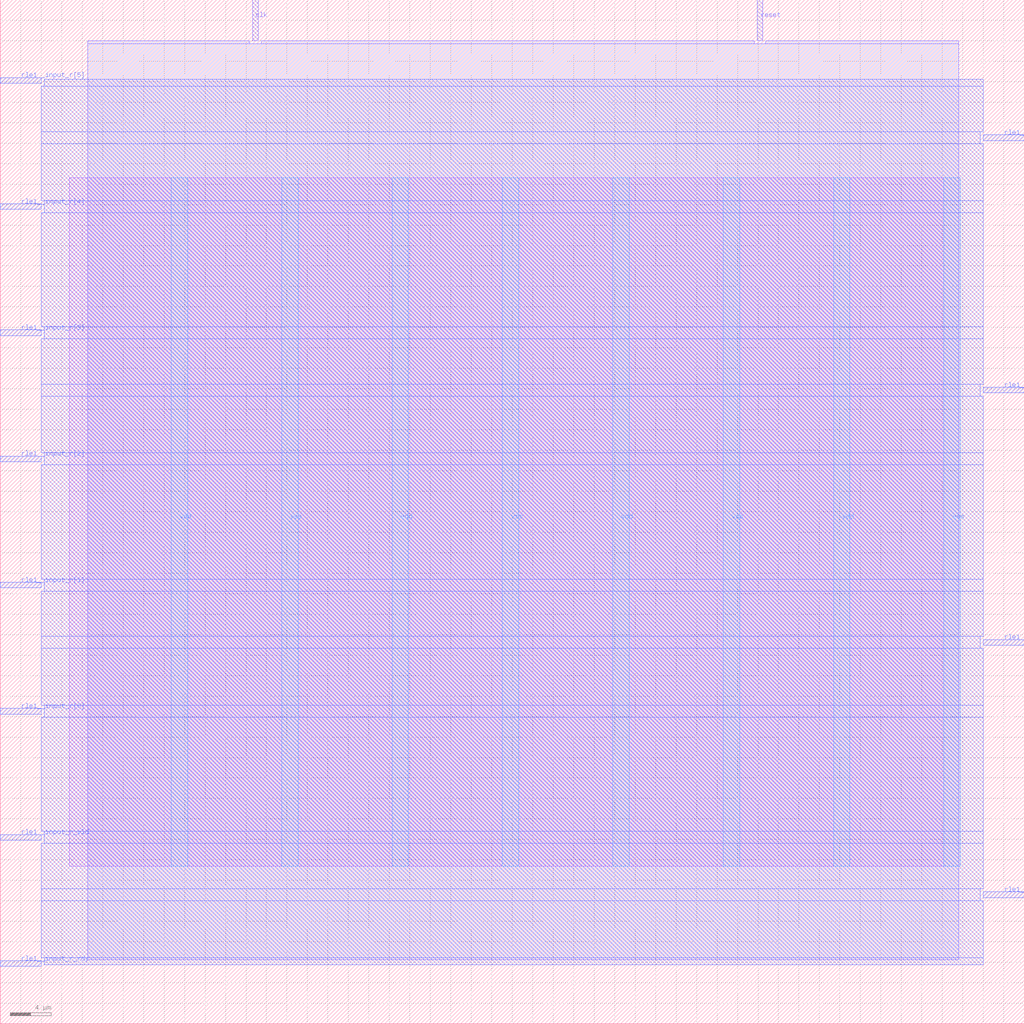
<source format=lef>
VERSION 5.7 ;
  NOWIREEXTENSIONATPIN ON ;
  DIVIDERCHAR "/" ;
  BUSBITCHARS "[]" ;
MACRO rle1_dec_wrap
  CLASS BLOCK ;
  FOREIGN rle1_dec_wrap ;
  ORIGIN 0.000 0.000 ;
  SIZE 100.000 BY 100.000 ;
  PIN clk
    DIRECTION INPUT ;
    USE SIGNAL ;
    ANTENNAGATEAREA 4.738000 ;
    ANTENNADIFFAREA 0.410400 ;
    PORT
      LAYER Metal2 ;
        RECT 24.640 96.000 25.200 100.000 ;
    END
  END clk
  PIN reset
    DIRECTION INPUT ;
    USE SIGNAL ;
    ANTENNAGATEAREA 0.741000 ;
    ANTENNADIFFAREA 0.410400 ;
    PORT
      LAYER Metal2 ;
        RECT 73.920 96.000 74.480 100.000 ;
    END
  END reset
  PIN rle1__input_r[0]
    DIRECTION INPUT ;
    USE SIGNAL ;
    ANTENNAGATEAREA 0.741000 ;
    ANTENNADIFFAREA 0.410400 ;
    PORT
      LAYER Metal3 ;
        RECT 0.000 30.240 4.000 30.800 ;
    END
  END rle1__input_r[0]
  PIN rle1__input_r[1]
    DIRECTION INPUT ;
    USE SIGNAL ;
    ANTENNAGATEAREA 0.741000 ;
    ANTENNADIFFAREA 0.410400 ;
    PORT
      LAYER Metal3 ;
        RECT 0.000 42.560 4.000 43.120 ;
    END
  END rle1__input_r[1]
  PIN rle1__input_r[2]
    DIRECTION INPUT ;
    USE SIGNAL ;
    ANTENNAGATEAREA 0.741000 ;
    ANTENNADIFFAREA 0.410400 ;
    PORT
      LAYER Metal3 ;
        RECT 0.000 54.880 4.000 55.440 ;
    END
  END rle1__input_r[2]
  PIN rle1__input_r[3]
    DIRECTION INPUT ;
    USE SIGNAL ;
    ANTENNAGATEAREA 0.741000 ;
    ANTENNADIFFAREA 0.410400 ;
    PORT
      LAYER Metal3 ;
        RECT 0.000 67.200 4.000 67.760 ;
    END
  END rle1__input_r[3]
  PIN rle1__input_r[4]
    DIRECTION INPUT ;
    USE SIGNAL ;
    ANTENNAGATEAREA 0.741000 ;
    ANTENNADIFFAREA 0.410400 ;
    PORT
      LAYER Metal3 ;
        RECT 0.000 79.520 4.000 80.080 ;
    END
  END rle1__input_r[4]
  PIN rle1__input_r[5]
    DIRECTION INPUT ;
    USE SIGNAL ;
    ANTENNAGATEAREA 0.741000 ;
    ANTENNADIFFAREA 0.410400 ;
    PORT
      LAYER Metal3 ;
        RECT 0.000 91.840 4.000 92.400 ;
    END
  END rle1__input_r[5]
  PIN rle1__input_r_rdy
    DIRECTION OUTPUT TRISTATE ;
    USE SIGNAL ;
    ANTENNADIFFAREA 4.731200 ;
    PORT
      LAYER Metal3 ;
        RECT 0.000 5.600 4.000 6.160 ;
    END
  END rle1__input_r_rdy
  PIN rle1__input_r_vld
    DIRECTION INPUT ;
    USE SIGNAL ;
    ANTENNAGATEAREA 0.741000 ;
    ANTENNADIFFAREA 0.410400 ;
    PORT
      LAYER Metal3 ;
        RECT 0.000 17.920 4.000 18.480 ;
    END
  END rle1__input_r_vld
  PIN rle1__output_s[0]
    DIRECTION OUTPUT TRISTATE ;
    USE SIGNAL ;
    ANTENNADIFFAREA 4.731200 ;
    PORT
      LAYER Metal3 ;
        RECT 96.000 61.600 100.000 62.160 ;
    END
  END rle1__output_s[0]
  PIN rle1__output_s[1]
    DIRECTION OUTPUT TRISTATE ;
    USE SIGNAL ;
    ANTENNADIFFAREA 4.731200 ;
    PORT
      LAYER Metal3 ;
        RECT 96.000 86.240 100.000 86.800 ;
    END
  END rle1__output_s[1]
  PIN rle1__output_s_rdy
    DIRECTION INPUT ;
    USE SIGNAL ;
    ANTENNAGATEAREA 0.498500 ;
    ANTENNADIFFAREA 0.410400 ;
    PORT
      LAYER Metal3 ;
        RECT 96.000 12.320 100.000 12.880 ;
    END
  END rle1__output_s_rdy
  PIN rle1__output_s_vld
    DIRECTION OUTPUT TRISTATE ;
    USE SIGNAL ;
    ANTENNADIFFAREA 4.731200 ;
    PORT
      LAYER Metal3 ;
        RECT 96.000 36.960 100.000 37.520 ;
    END
  END rle1__output_s_vld
  PIN vdd
    DIRECTION INOUT ;
    USE POWER ;
    PORT
      LAYER Metal4 ;
        RECT 16.700 15.380 18.300 82.620 ;
    END
    PORT
      LAYER Metal4 ;
        RECT 38.260 15.380 39.860 82.620 ;
    END
    PORT
      LAYER Metal4 ;
        RECT 59.820 15.380 61.420 82.620 ;
    END
    PORT
      LAYER Metal4 ;
        RECT 81.380 15.380 82.980 82.620 ;
    END
  END vdd
  PIN vss
    DIRECTION INOUT ;
    USE GROUND ;
    PORT
      LAYER Metal4 ;
        RECT 27.480 15.380 29.080 82.620 ;
    END
    PORT
      LAYER Metal4 ;
        RECT 49.040 15.380 50.640 82.620 ;
    END
    PORT
      LAYER Metal4 ;
        RECT 70.600 15.380 72.200 82.620 ;
    END
    PORT
      LAYER Metal4 ;
        RECT 92.160 15.380 93.760 82.620 ;
    END
  END vss
  OBS
      LAYER Metal1 ;
        RECT 6.720 15.380 93.760 82.620 ;
      LAYER Metal2 ;
        RECT 8.540 95.700 24.340 96.000 ;
        RECT 25.500 95.700 73.620 96.000 ;
        RECT 74.780 95.700 93.620 96.000 ;
        RECT 8.540 6.250 93.620 95.700 ;
      LAYER Metal3 ;
        RECT 4.300 91.540 96.000 92.260 ;
        RECT 4.000 87.100 96.000 91.540 ;
        RECT 4.000 85.940 95.700 87.100 ;
        RECT 4.000 80.380 96.000 85.940 ;
        RECT 4.300 79.220 96.000 80.380 ;
        RECT 4.000 68.060 96.000 79.220 ;
        RECT 4.300 66.900 96.000 68.060 ;
        RECT 4.000 62.460 96.000 66.900 ;
        RECT 4.000 61.300 95.700 62.460 ;
        RECT 4.000 55.740 96.000 61.300 ;
        RECT 4.300 54.580 96.000 55.740 ;
        RECT 4.000 43.420 96.000 54.580 ;
        RECT 4.300 42.260 96.000 43.420 ;
        RECT 4.000 37.820 96.000 42.260 ;
        RECT 4.000 36.660 95.700 37.820 ;
        RECT 4.000 31.100 96.000 36.660 ;
        RECT 4.300 29.940 96.000 31.100 ;
        RECT 4.000 18.780 96.000 29.940 ;
        RECT 4.300 17.620 96.000 18.780 ;
        RECT 4.000 13.180 96.000 17.620 ;
        RECT 4.000 12.020 95.700 13.180 ;
        RECT 4.000 6.460 96.000 12.020 ;
        RECT 4.300 5.740 96.000 6.460 ;
  END
END rle1_dec_wrap
END LIBRARY


</source>
